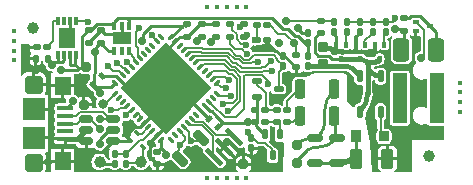
<source format=gtl>
G04*
G04 #@! TF.GenerationSoftware,Altium Limited,Altium Designer,21.8.1 (53)*
G04*
G04 Layer_Physical_Order=1*
G04 Layer_Color=255*
%FSLAX24Y24*%
%MOIN*%
G70*
G04*
G04 #@! TF.SameCoordinates,95809A84-84CF-4DA7-BFB4-83C52BA3911F*
G04*
G04*
G04 #@! TF.FilePolarity,Positive*
G04*
G01*
G75*
%ADD10C,0.0098*%
%ADD57C,0.0157*%
%ADD58C,0.0197*%
%ADD59C,0.0098*%
%ADD60C,0.0060*%
%ADD61C,0.0394*%
G04:AMPARAMS|DCode=62|XSize=9.8mil|YSize=29.5mil|CornerRadius=0mil|HoleSize=0mil|Usage=FLASHONLY|Rotation=135.000|XOffset=0mil|YOffset=0mil|HoleType=Round|Shape=Round|*
%AMOVALD62*
21,1,0.0197,0.0098,0.0000,0.0000,225.0*
1,1,0.0098,0.0070,0.0070*
1,1,0.0098,-0.0070,-0.0070*
%
%ADD62OVALD62*%

G04:AMPARAMS|DCode=63|XSize=9.8mil|YSize=29.5mil|CornerRadius=0mil|HoleSize=0mil|Usage=FLASHONLY|Rotation=225.000|XOffset=0mil|YOffset=0mil|HoleType=Round|Shape=Round|*
%AMOVALD63*
21,1,0.0197,0.0098,0.0000,0.0000,315.0*
1,1,0.0098,-0.0070,0.0070*
1,1,0.0098,0.0070,-0.0070*
%
%ADD63OVALD63*%

%ADD64P,0.1698X4X180.0*%
%ADD65P,0.1698X4X90.0*%
G04:AMPARAMS|DCode=66|XSize=13.8mil|YSize=21.7mil|CornerRadius=3.4mil|HoleSize=0mil|Usage=FLASHONLY|Rotation=0.000|XOffset=0mil|YOffset=0mil|HoleType=Round|Shape=RoundedRectangle|*
%AMROUNDEDRECTD66*
21,1,0.0138,0.0148,0,0,0.0*
21,1,0.0069,0.0217,0,0,0.0*
1,1,0.0069,0.0034,-0.0074*
1,1,0.0069,-0.0034,-0.0074*
1,1,0.0069,-0.0034,0.0074*
1,1,0.0069,0.0034,0.0074*
%
%ADD66ROUNDEDRECTD66*%
G04:AMPARAMS|DCode=67|XSize=13.8mil|YSize=21.7mil|CornerRadius=3.4mil|HoleSize=0mil|Usage=FLASHONLY|Rotation=90.000|XOffset=0mil|YOffset=0mil|HoleType=Round|Shape=RoundedRectangle|*
%AMROUNDEDRECTD67*
21,1,0.0138,0.0148,0,0,90.0*
21,1,0.0069,0.0217,0,0,90.0*
1,1,0.0069,0.0074,0.0034*
1,1,0.0069,0.0074,-0.0034*
1,1,0.0069,-0.0074,-0.0034*
1,1,0.0069,-0.0074,0.0034*
%
%ADD67ROUNDEDRECTD67*%
G04:AMPARAMS|DCode=68|XSize=13.8mil|YSize=21.7mil|CornerRadius=3.4mil|HoleSize=0mil|Usage=FLASHONLY|Rotation=45.000|XOffset=0mil|YOffset=0mil|HoleType=Round|Shape=RoundedRectangle|*
%AMROUNDEDRECTD68*
21,1,0.0138,0.0148,0,0,45.0*
21,1,0.0069,0.0217,0,0,45.0*
1,1,0.0069,0.0077,-0.0028*
1,1,0.0069,0.0028,-0.0077*
1,1,0.0069,-0.0077,0.0028*
1,1,0.0069,-0.0028,0.0077*
%
%ADD68ROUNDEDRECTD68*%
G04:AMPARAMS|DCode=69|XSize=19.7mil|YSize=35.4mil|CornerRadius=4.9mil|HoleSize=0mil|Usage=FLASHONLY|Rotation=0.000|XOffset=0mil|YOffset=0mil|HoleType=Round|Shape=RoundedRectangle|*
%AMROUNDEDRECTD69*
21,1,0.0197,0.0256,0,0,0.0*
21,1,0.0098,0.0354,0,0,0.0*
1,1,0.0098,0.0049,-0.0128*
1,1,0.0098,-0.0049,-0.0128*
1,1,0.0098,-0.0049,0.0128*
1,1,0.0098,0.0049,0.0128*
%
%ADD69ROUNDEDRECTD69*%
G04:AMPARAMS|DCode=70|XSize=19.7mil|YSize=35.4mil|CornerRadius=4.9mil|HoleSize=0mil|Usage=FLASHONLY|Rotation=90.000|XOffset=0mil|YOffset=0mil|HoleType=Round|Shape=RoundedRectangle|*
%AMROUNDEDRECTD70*
21,1,0.0197,0.0256,0,0,90.0*
21,1,0.0098,0.0354,0,0,90.0*
1,1,0.0098,0.0128,0.0049*
1,1,0.0098,0.0128,-0.0049*
1,1,0.0098,-0.0128,-0.0049*
1,1,0.0098,-0.0128,0.0049*
%
%ADD70ROUNDEDRECTD70*%
G04:AMPARAMS|DCode=71|XSize=23.6mil|YSize=27.6mil|CornerRadius=5.9mil|HoleSize=0mil|Usage=FLASHONLY|Rotation=180.000|XOffset=0mil|YOffset=0mil|HoleType=Round|Shape=RoundedRectangle|*
%AMROUNDEDRECTD71*
21,1,0.0236,0.0157,0,0,180.0*
21,1,0.0118,0.0276,0,0,180.0*
1,1,0.0118,-0.0059,0.0079*
1,1,0.0118,0.0059,0.0079*
1,1,0.0118,0.0059,-0.0079*
1,1,0.0118,-0.0059,-0.0079*
%
%ADD71ROUNDEDRECTD71*%
G04:AMPARAMS|DCode=72|XSize=23.6mil|YSize=47.2mil|CornerRadius=5.9mil|HoleSize=0mil|Usage=FLASHONLY|Rotation=90.000|XOffset=0mil|YOffset=0mil|HoleType=Round|Shape=RoundedRectangle|*
%AMROUNDEDRECTD72*
21,1,0.0236,0.0354,0,0,90.0*
21,1,0.0118,0.0472,0,0,90.0*
1,1,0.0118,0.0177,0.0059*
1,1,0.0118,0.0177,-0.0059*
1,1,0.0118,-0.0177,-0.0059*
1,1,0.0118,-0.0177,0.0059*
%
%ADD72ROUNDEDRECTD72*%
G04:AMPARAMS|DCode=73|XSize=25.2mil|YSize=17.7mil|CornerRadius=4.4mil|HoleSize=0mil|Usage=FLASHONLY|Rotation=0.000|XOffset=0mil|YOffset=0mil|HoleType=Round|Shape=RoundedRectangle|*
%AMROUNDEDRECTD73*
21,1,0.0252,0.0089,0,0,0.0*
21,1,0.0163,0.0177,0,0,0.0*
1,1,0.0089,0.0082,-0.0044*
1,1,0.0089,-0.0082,-0.0044*
1,1,0.0089,-0.0082,0.0044*
1,1,0.0089,0.0082,0.0044*
%
%ADD73ROUNDEDRECTD73*%
G04:AMPARAMS|DCode=74|XSize=21.7mil|YSize=23.6mil|CornerRadius=5.4mil|HoleSize=0mil|Usage=FLASHONLY|Rotation=0.000|XOffset=0mil|YOffset=0mil|HoleType=Round|Shape=RoundedRectangle|*
%AMROUNDEDRECTD74*
21,1,0.0217,0.0128,0,0,0.0*
21,1,0.0108,0.0236,0,0,0.0*
1,1,0.0108,0.0054,-0.0064*
1,1,0.0108,-0.0054,-0.0064*
1,1,0.0108,-0.0054,0.0064*
1,1,0.0108,0.0054,0.0064*
%
%ADD74ROUNDEDRECTD74*%
G04:AMPARAMS|DCode=75|XSize=21.7mil|YSize=23.6mil|CornerRadius=5.4mil|HoleSize=0mil|Usage=FLASHONLY|Rotation=90.000|XOffset=0mil|YOffset=0mil|HoleType=Round|Shape=RoundedRectangle|*
%AMROUNDEDRECTD75*
21,1,0.0217,0.0128,0,0,90.0*
21,1,0.0108,0.0236,0,0,90.0*
1,1,0.0108,0.0064,0.0054*
1,1,0.0108,0.0064,-0.0054*
1,1,0.0108,-0.0064,-0.0054*
1,1,0.0108,-0.0064,0.0054*
%
%ADD75ROUNDEDRECTD75*%
G04:AMPARAMS|DCode=76|XSize=51.2mil|YSize=27.6mil|CornerRadius=6.9mil|HoleSize=0mil|Usage=FLASHONLY|Rotation=0.000|XOffset=0mil|YOffset=0mil|HoleType=Round|Shape=RoundedRectangle|*
%AMROUNDEDRECTD76*
21,1,0.0512,0.0138,0,0,0.0*
21,1,0.0374,0.0276,0,0,0.0*
1,1,0.0138,0.0187,-0.0069*
1,1,0.0138,-0.0187,-0.0069*
1,1,0.0138,-0.0187,0.0069*
1,1,0.0138,0.0187,0.0069*
%
%ADD76ROUNDEDRECTD76*%
G04:AMPARAMS|DCode=77|XSize=11.8mil|YSize=27.6mil|CornerRadius=3mil|HoleSize=0mil|Usage=FLASHONLY|Rotation=180.000|XOffset=0mil|YOffset=0mil|HoleType=Round|Shape=RoundedRectangle|*
%AMROUNDEDRECTD77*
21,1,0.0118,0.0217,0,0,180.0*
21,1,0.0059,0.0276,0,0,180.0*
1,1,0.0059,-0.0030,0.0108*
1,1,0.0059,0.0030,0.0108*
1,1,0.0059,0.0030,-0.0108*
1,1,0.0059,-0.0030,-0.0108*
%
%ADD77ROUNDEDRECTD77*%
%ADD78R,0.0630X0.0394*%
G04:AMPARAMS|DCode=79|XSize=29.5mil|YSize=57.1mil|CornerRadius=7.4mil|HoleSize=0mil|Usage=FLASHONLY|Rotation=225.000|XOffset=0mil|YOffset=0mil|HoleType=Round|Shape=RoundedRectangle|*
%AMROUNDEDRECTD79*
21,1,0.0295,0.0423,0,0,225.0*
21,1,0.0148,0.0571,0,0,225.0*
1,1,0.0148,-0.0202,0.0097*
1,1,0.0148,-0.0097,0.0202*
1,1,0.0148,0.0202,-0.0097*
1,1,0.0148,0.0097,-0.0202*
%
%ADD79ROUNDEDRECTD79*%
G04:AMPARAMS|DCode=80|XSize=11.8mil|YSize=29.5mil|CornerRadius=3mil|HoleSize=0mil|Usage=FLASHONLY|Rotation=0.000|XOffset=0mil|YOffset=0mil|HoleType=Round|Shape=RoundedRectangle|*
%AMROUNDEDRECTD80*
21,1,0.0118,0.0236,0,0,0.0*
21,1,0.0059,0.0295,0,0,0.0*
1,1,0.0059,0.0030,-0.0118*
1,1,0.0059,-0.0030,-0.0118*
1,1,0.0059,-0.0030,0.0118*
1,1,0.0059,0.0030,0.0118*
%
%ADD80ROUNDEDRECTD80*%
%ADD81R,0.0571X0.0689*%
G04:AMPARAMS|DCode=82|XSize=35.4mil|YSize=31.5mil|CornerRadius=7.9mil|HoleSize=0mil|Usage=FLASHONLY|Rotation=0.000|XOffset=0mil|YOffset=0mil|HoleType=Round|Shape=RoundedRectangle|*
%AMROUNDEDRECTD82*
21,1,0.0354,0.0157,0,0,0.0*
21,1,0.0197,0.0315,0,0,0.0*
1,1,0.0157,0.0098,-0.0079*
1,1,0.0157,-0.0098,-0.0079*
1,1,0.0157,-0.0098,0.0079*
1,1,0.0157,0.0098,0.0079*
%
%ADD82ROUNDEDRECTD82*%
G04:AMPARAMS|DCode=83|XSize=25.2mil|YSize=17.7mil|CornerRadius=4.4mil|HoleSize=0mil|Usage=FLASHONLY|Rotation=90.000|XOffset=0mil|YOffset=0mil|HoleType=Round|Shape=RoundedRectangle|*
%AMROUNDEDRECTD83*
21,1,0.0252,0.0089,0,0,90.0*
21,1,0.0163,0.0177,0,0,90.0*
1,1,0.0089,0.0044,0.0082*
1,1,0.0089,0.0044,-0.0082*
1,1,0.0089,-0.0044,-0.0082*
1,1,0.0089,-0.0044,0.0082*
%
%ADD83ROUNDEDRECTD83*%
G04:AMPARAMS|DCode=84|XSize=66.9mil|YSize=43.3mil|CornerRadius=10.8mil|HoleSize=0mil|Usage=FLASHONLY|Rotation=270.000|XOffset=0mil|YOffset=0mil|HoleType=Round|Shape=RoundedRectangle|*
%AMROUNDEDRECTD84*
21,1,0.0669,0.0217,0,0,270.0*
21,1,0.0453,0.0433,0,0,270.0*
1,1,0.0217,-0.0108,-0.0226*
1,1,0.0217,-0.0108,0.0226*
1,1,0.0217,0.0108,0.0226*
1,1,0.0217,0.0108,-0.0226*
%
%ADD84ROUNDEDRECTD84*%
G04:AMPARAMS|DCode=85|XSize=78.7mil|YSize=55.1mil|CornerRadius=13.8mil|HoleSize=0mil|Usage=FLASHONLY|Rotation=90.000|XOffset=0mil|YOffset=0mil|HoleType=Round|Shape=RoundedRectangle|*
%AMROUNDEDRECTD85*
21,1,0.0787,0.0276,0,0,90.0*
21,1,0.0512,0.0551,0,0,90.0*
1,1,0.0276,0.0138,0.0256*
1,1,0.0276,0.0138,-0.0256*
1,1,0.0276,-0.0138,-0.0256*
1,1,0.0276,-0.0138,0.0256*
%
%ADD85ROUNDEDRECTD85*%
G04:AMPARAMS|DCode=86|XSize=25.2mil|YSize=17.7mil|CornerRadius=4.4mil|HoleSize=0mil|Usage=FLASHONLY|Rotation=225.000|XOffset=0mil|YOffset=0mil|HoleType=Round|Shape=RoundedRectangle|*
%AMROUNDEDRECTD86*
21,1,0.0252,0.0089,0,0,225.0*
21,1,0.0163,0.0177,0,0,225.0*
1,1,0.0089,-0.0089,-0.0026*
1,1,0.0089,0.0026,0.0089*
1,1,0.0089,0.0089,0.0026*
1,1,0.0089,-0.0026,-0.0089*
%
%ADD86ROUNDEDRECTD86*%
G04:AMPARAMS|DCode=87|XSize=15.7mil|YSize=74.8mil|CornerRadius=3.9mil|HoleSize=0mil|Usage=FLASHONLY|Rotation=225.000|XOffset=0mil|YOffset=0mil|HoleType=Round|Shape=RoundedRectangle|*
%AMROUNDEDRECTD87*
21,1,0.0157,0.0669,0,0,225.0*
21,1,0.0079,0.0748,0,0,225.0*
1,1,0.0079,-0.0264,0.0209*
1,1,0.0079,-0.0209,0.0264*
1,1,0.0079,0.0264,-0.0209*
1,1,0.0079,0.0209,-0.0264*
%
%ADD87ROUNDEDRECTD87*%
G04:AMPARAMS|DCode=88|XSize=39.4mil|YSize=21.7mil|CornerRadius=5.4mil|HoleSize=0mil|Usage=FLASHONLY|Rotation=270.000|XOffset=0mil|YOffset=0mil|HoleType=Round|Shape=RoundedRectangle|*
%AMROUNDEDRECTD88*
21,1,0.0394,0.0108,0,0,270.0*
21,1,0.0285,0.0217,0,0,270.0*
1,1,0.0108,-0.0054,-0.0143*
1,1,0.0108,-0.0054,0.0143*
1,1,0.0108,0.0054,0.0143*
1,1,0.0108,0.0054,-0.0143*
%
%ADD88ROUNDEDRECTD88*%
G04:AMPARAMS|DCode=89|XSize=35.4mil|YSize=35.4mil|CornerRadius=8.9mil|HoleSize=0mil|Usage=FLASHONLY|Rotation=0.000|XOffset=0mil|YOffset=0mil|HoleType=Round|Shape=RoundedRectangle|*
%AMROUNDEDRECTD89*
21,1,0.0354,0.0177,0,0,0.0*
21,1,0.0177,0.0354,0,0,0.0*
1,1,0.0177,0.0089,-0.0089*
1,1,0.0177,-0.0089,-0.0089*
1,1,0.0177,-0.0089,0.0089*
1,1,0.0177,0.0089,0.0089*
%
%ADD89ROUNDEDRECTD89*%
G04:AMPARAMS|DCode=90|XSize=35.4mil|YSize=43.3mil|CornerRadius=8.9mil|HoleSize=0mil|Usage=FLASHONLY|Rotation=0.000|XOffset=0mil|YOffset=0mil|HoleType=Round|Shape=RoundedRectangle|*
%AMROUNDEDRECTD90*
21,1,0.0354,0.0256,0,0,0.0*
21,1,0.0177,0.0433,0,0,0.0*
1,1,0.0177,0.0089,-0.0128*
1,1,0.0177,-0.0089,-0.0128*
1,1,0.0177,-0.0089,0.0128*
1,1,0.0177,0.0089,0.0128*
%
%ADD90ROUNDEDRECTD90*%
G04:AMPARAMS|DCode=91|XSize=25.2mil|YSize=17.7mil|CornerRadius=4.4mil|HoleSize=0mil|Usage=FLASHONLY|Rotation=135.000|XOffset=0mil|YOffset=0mil|HoleType=Round|Shape=RoundedRectangle|*
%AMROUNDEDRECTD91*
21,1,0.0252,0.0089,0,0,135.0*
21,1,0.0163,0.0177,0,0,135.0*
1,1,0.0089,-0.0026,0.0089*
1,1,0.0089,0.0089,-0.0026*
1,1,0.0089,0.0026,-0.0089*
1,1,0.0089,-0.0089,0.0026*
%
%ADD91ROUNDEDRECTD91*%
%ADD92R,0.0748X0.0748*%
%ADD93R,0.0551X0.0630*%
G04:AMPARAMS|DCode=94|XSize=55.1mil|YSize=15.7mil|CornerRadius=3.9mil|HoleSize=0mil|Usage=FLASHONLY|Rotation=0.000|XOffset=0mil|YOffset=0mil|HoleType=Round|Shape=RoundedRectangle|*
%AMROUNDEDRECTD94*
21,1,0.0551,0.0079,0,0,0.0*
21,1,0.0472,0.0157,0,0,0.0*
1,1,0.0079,0.0236,-0.0039*
1,1,0.0079,-0.0236,-0.0039*
1,1,0.0079,-0.0236,0.0039*
1,1,0.0079,0.0236,0.0039*
%
%ADD94ROUNDEDRECTD94*%
G04:AMPARAMS|DCode=95|XSize=65mil|YSize=35.4mil|CornerRadius=8.9mil|HoleSize=0mil|Usage=FLASHONLY|Rotation=90.000|XOffset=0mil|YOffset=0mil|HoleType=Round|Shape=RoundedRectangle|*
%AMROUNDEDRECTD95*
21,1,0.0650,0.0177,0,0,90.0*
21,1,0.0472,0.0354,0,0,90.0*
1,1,0.0177,0.0089,0.0236*
1,1,0.0177,0.0089,-0.0236*
1,1,0.0177,-0.0089,-0.0236*
1,1,0.0177,-0.0089,0.0236*
%
%ADD95ROUNDEDRECTD95*%
%ADD96C,0.0118*%
%ADD97R,0.0488X0.1669*%
%ADD98R,0.0488X0.1673*%
G04:AMPARAMS|DCode=99|XSize=31.5mil|YSize=31.5mil|CornerRadius=7.9mil|HoleSize=0mil|Usage=FLASHONLY|Rotation=0.000|XOffset=0mil|YOffset=0mil|HoleType=Round|Shape=RoundedRectangle|*
%AMROUNDEDRECTD99*
21,1,0.0315,0.0157,0,0,0.0*
21,1,0.0157,0.0315,0,0,0.0*
1,1,0.0157,0.0079,-0.0079*
1,1,0.0157,-0.0079,-0.0079*
1,1,0.0157,-0.0079,0.0079*
1,1,0.0157,0.0079,0.0079*
%
%ADD99ROUNDEDRECTD99*%
%ADD100C,0.0236*%
%ADD101C,0.0315*%
G04:AMPARAMS|DCode=102|XSize=31.5mil|YSize=31.5mil|CornerRadius=7.9mil|HoleSize=0mil|Usage=FLASHONLY|Rotation=90.000|XOffset=0mil|YOffset=0mil|HoleType=Round|Shape=RoundedRectangle|*
%AMROUNDEDRECTD102*
21,1,0.0315,0.0157,0,0,90.0*
21,1,0.0157,0.0315,0,0,90.0*
1,1,0.0157,0.0079,0.0079*
1,1,0.0157,0.0079,-0.0079*
1,1,0.0157,-0.0079,-0.0079*
1,1,0.0157,-0.0079,0.0079*
%
%ADD102ROUNDEDRECTD102*%
G04:AMPARAMS|DCode=103|XSize=63mil|YSize=63mil|CornerRadius=15.7mil|HoleSize=0mil|Usage=FLASHONLY|Rotation=0.000|XOffset=0mil|YOffset=0mil|HoleType=Round|Shape=RoundedRectangle|*
%AMROUNDEDRECTD103*
21,1,0.0630,0.0315,0,0,0.0*
21,1,0.0315,0.0630,0,0,0.0*
1,1,0.0315,0.0157,-0.0157*
1,1,0.0315,-0.0157,-0.0157*
1,1,0.0315,-0.0157,0.0157*
1,1,0.0315,0.0157,0.0157*
%
%ADD103ROUNDEDRECTD103*%
%ADD104C,0.0157*%
%ADD105C,0.0276*%
G36*
X13324Y-860D02*
X13348D01*
X13401Y-850D01*
X13402Y-849D01*
X13452Y-875D01*
Y-1355D01*
X13371Y-1371D01*
X13299Y-1419D01*
X13251Y-1490D01*
X13235Y-1575D01*
X13251Y-1659D01*
X13291Y-1719D01*
X13299Y-1731D01*
X13285Y-1781D01*
X13264Y-1797D01*
X13216Y-1859D01*
X13187Y-1931D01*
X13177Y-2008D01*
X13187Y-2085D01*
X13216Y-2157D01*
X13264Y-2218D01*
X13326Y-2266D01*
X13397Y-2296D01*
X13474Y-2306D01*
X13551Y-2296D01*
X13606Y-2273D01*
X13656Y-2299D01*
Y-3213D01*
X13606Y-3239D01*
X13551Y-3216D01*
X13474Y-3206D01*
X13397Y-3216D01*
X13326Y-3246D01*
X13264Y-3293D01*
X13216Y-3355D01*
X13187Y-3427D01*
X13177Y-3504D01*
X13187Y-3581D01*
X13216Y-3653D01*
X13264Y-3715D01*
X13326Y-3762D01*
X13397Y-3792D01*
X13474Y-3802D01*
X13551Y-3792D01*
X13607Y-3769D01*
X13658Y-3787D01*
X13665Y-3793D01*
X13679Y-3815D01*
X13706Y-3832D01*
X13736Y-3838D01*
X14224D01*
X14232Y-3845D01*
Y-4317D01*
X13140Y-4326D01*
Y-5378D01*
X13095Y-5392D01*
X12570D01*
X12555Y-5342D01*
X12591Y-5317D01*
X12637Y-5249D01*
X12653Y-5167D01*
Y-4991D01*
X12333D01*
X12012D01*
Y-5167D01*
X12028Y-5249D01*
X12074Y-5317D01*
X12111Y-5342D01*
X12095Y-5392D01*
X11801D01*
X11762Y-4380D01*
X11585Y-3591D01*
X11584Y-3590D01*
X11597Y-3571D01*
X11607Y-3519D01*
Y-3400D01*
X11661Y-3334D01*
X11757Y-3155D01*
X11816Y-2960D01*
X11836Y-2758D01*
X11834D01*
Y-2347D01*
X11874Y-2318D01*
X11906Y-2333D01*
X11917Y-2340D01*
X11927Y-2389D01*
X11956Y-2433D01*
X12000Y-2463D01*
X12052Y-2473D01*
X12160D01*
X12212Y-2463D01*
X12256Y-2433D01*
X12286Y-2389D01*
X12296Y-2338D01*
Y-2052D01*
X12286Y-2000D01*
X12256Y-1956D01*
X12212Y-1927D01*
X12160Y-1917D01*
X12052D01*
X12000Y-1927D01*
X11959Y-1955D01*
X11909Y-1943D01*
X11888Y-1911D01*
X11911Y-1864D01*
X11934D01*
X11947Y-1862D01*
X12003Y-1854D01*
X12066Y-1828D01*
X12096Y-1805D01*
X12111D01*
X12155Y-1796D01*
X12193Y-1771D01*
X12218Y-1734D01*
X12227Y-1690D01*
Y-1670D01*
X12237Y-1616D01*
X12227Y-1562D01*
Y-1542D01*
X12218Y-1498D01*
X12193Y-1461D01*
X12155Y-1436D01*
X12111Y-1427D01*
X12042D01*
X11998Y-1436D01*
X11961Y-1461D01*
X11936Y-1498D01*
X11931Y-1523D01*
X11911Y-1543D01*
X11639D01*
X11637Y-1544D01*
X11585Y-1533D01*
X11574Y-1525D01*
X11568Y-1498D01*
X11543Y-1461D01*
X11506Y-1436D01*
X11462Y-1427D01*
X11393D01*
X11349Y-1436D01*
X11322Y-1454D01*
X10886D01*
X10856Y-1434D01*
X10812Y-1425D01*
X10743D01*
X10699Y-1434D01*
X10661Y-1459D01*
X10647Y-1480D01*
X10523D01*
X10465Y-1423D01*
X10437Y-1404D01*
X10454Y-1379D01*
X10459Y-1352D01*
X10515Y-1330D01*
X10533Y-1342D01*
X10570Y-1350D01*
Y-1142D01*
X10670D01*
Y-1350D01*
X10707Y-1342D01*
X10751Y-1312D01*
X10760Y-1299D01*
X10818Y-1297D01*
X10821Y-1298D01*
X10856Y-1322D01*
X10901Y-1331D01*
X10969D01*
X11014Y-1322D01*
X11051Y-1297D01*
X11061Y-1282D01*
X11071Y-1280D01*
X11118Y-1284D01*
X11138Y-1314D01*
X11183Y-1344D01*
X11220Y-1351D01*
Y-1144D01*
X11320D01*
Y-1351D01*
X11357Y-1344D01*
X11401Y-1314D01*
X11410Y-1301D01*
X11468Y-1299D01*
X11471Y-1300D01*
X11506Y-1324D01*
X11550Y-1333D01*
X11619D01*
X11663Y-1324D01*
X11701Y-1299D01*
X11711Y-1283D01*
X11719Y-1281D01*
X11768Y-1285D01*
X11788Y-1314D01*
X11832Y-1344D01*
X11869Y-1351D01*
Y-1144D01*
X11969D01*
Y-1351D01*
X12006Y-1344D01*
X12051Y-1314D01*
X12060Y-1301D01*
X12118Y-1299D01*
X12120Y-1300D01*
X12156Y-1324D01*
X12200Y-1333D01*
X12269D01*
X12313Y-1324D01*
X12350Y-1299D01*
X12375Y-1262D01*
X12384Y-1217D01*
Y-1070D01*
X12375Y-1026D01*
X12350Y-988D01*
X12334Y-977D01*
X12333Y-953D01*
X12338Y-927D01*
X12385Y-918D01*
X12428Y-888D01*
X12453Y-852D01*
X12468Y-842D01*
X12484Y-849D01*
X12490Y-865D01*
X12495Y-907D01*
X12454Y-969D01*
X12437Y-1053D01*
Y-1565D01*
X12454Y-1649D01*
X12501Y-1721D01*
X12573Y-1769D01*
X12657Y-1786D01*
X12933D01*
X13018Y-1769D01*
X13089Y-1721D01*
X13137Y-1649D01*
X13154Y-1565D01*
Y-1053D01*
X13137Y-969D01*
X13089Y-897D01*
X13082Y-892D01*
X13077Y-830D01*
X13088Y-820D01*
X13104Y-820D01*
X13148Y-850D01*
X13201Y-860D01*
X13224D01*
Y-689D01*
X13324D01*
Y-860D01*
D02*
G37*
G36*
X8357Y-1186D02*
X8371D01*
X8431Y-1174D01*
X8461Y-1154D01*
X8477Y-1156D01*
X8514Y-1175D01*
X8522Y-1215D01*
X8552Y-1261D01*
X8598Y-1291D01*
X8652Y-1302D01*
X8676D01*
X8690Y-1343D01*
X8692Y-1352D01*
X8668Y-1388D01*
X8638Y-1399D01*
X8624Y-1401D01*
X8608Y-1401D01*
X8580Y-1383D01*
X8538Y-1374D01*
X7883D01*
X7841Y-1383D01*
X7812Y-1342D01*
X7780Y-1294D01*
X7758Y-1279D01*
X7800Y-1218D01*
X7806Y-1186D01*
X7856Y-1160D01*
X7933Y-1175D01*
X7989Y-1164D01*
X8036D01*
X8088Y-1154D01*
X8125Y-1129D01*
X8132Y-1140D01*
X8183Y-1174D01*
X8243Y-1186D01*
X8257D01*
Y-974D01*
X8357D01*
Y-1186D01*
D02*
G37*
G36*
X9336Y-2089D02*
X9368D01*
X9424Y-2078D01*
X9472Y-2046D01*
X9477Y-2038D01*
X9525Y-2020D01*
X9569Y-2049D01*
X9621Y-2060D01*
X9729D01*
X9781Y-2049D01*
X9824Y-2021D01*
X10089D01*
X10089Y-2021D01*
X10182D01*
X10187Y-2022D01*
X10994D01*
X10998Y-2021D01*
X11031Y-2035D01*
X11033Y-2038D01*
X11228Y-2232D01*
Y-2338D01*
X11238Y-2389D01*
X11267Y-2433D01*
X11311Y-2463D01*
X11363Y-2473D01*
X11471D01*
X11474Y-2473D01*
X11513Y-2504D01*
Y-2758D01*
X11514Y-2763D01*
X11500Y-2898D01*
X11460Y-3032D01*
X11424Y-3098D01*
X11363D01*
X11311Y-3108D01*
X11267Y-3137D01*
X11238Y-3181D01*
X11234Y-3203D01*
X11179Y-3220D01*
X10994Y-3051D01*
X10994Y-2165D01*
X10975Y-2147D01*
X10931Y-2117D01*
X10882Y-2097D01*
X10850Y-2090D01*
X10830Y-2087D01*
X10804Y-2087D01*
X10804Y-2087D01*
X10804Y-2087D01*
X10804Y-2087D01*
X10344Y-2087D01*
X10286Y-2078D01*
X10167Y-2073D01*
X10048Y-2080D01*
X9931Y-2098D01*
X9816Y-2128D01*
X9705Y-2169D01*
X9598Y-2220D01*
X9589Y-2225D01*
X9573Y-2214D01*
X9508Y-2201D01*
X9331D01*
X9265Y-2214D01*
X9210Y-2251D01*
X9173Y-2307D01*
X9160Y-2372D01*
Y-2681D01*
X8898Y-2943D01*
X8874Y-2979D01*
X8866Y-3022D01*
Y-3137D01*
X8861Y-3138D01*
X8817Y-3167D01*
X8802D01*
X8758Y-3138D01*
X8706Y-3127D01*
X8578D01*
X8526Y-3138D01*
X8482Y-3167D01*
X8480Y-3170D01*
X8430D01*
X8389Y-3133D01*
Y-2989D01*
X8389Y-2989D01*
Y-2759D01*
X8383Y-2726D01*
X8406Y-2688D01*
X8413Y-2679D01*
X8442Y-2681D01*
X8447Y-2692D01*
X8452Y-2717D01*
X8481Y-2760D01*
X8523Y-2788D01*
X8573Y-2798D01*
X8829D01*
X8879Y-2788D01*
X8921Y-2760D01*
X8949Y-2717D01*
X8959Y-2667D01*
Y-2569D01*
X8949Y-2519D01*
X8921Y-2477D01*
X8879Y-2448D01*
X8829Y-2438D01*
X8812D01*
Y-2083D01*
X8835Y-2060D01*
X8912D01*
X8964Y-2049D01*
X9008Y-2020D01*
X9019Y-2004D01*
X9036Y-2002D01*
X9076Y-2009D01*
X9101Y-2046D01*
X9148Y-2078D01*
X9205Y-2089D01*
X9236D01*
Y-1898D01*
X9336D01*
Y-2089D01*
D02*
G37*
G36*
X119Y-1122D02*
Y-1122D01*
X390D01*
X422Y-1161D01*
X419Y-1176D01*
Y-1180D01*
X640D01*
Y-1280D01*
X419D01*
Y-1284D01*
X431Y-1345D01*
X465Y-1396D01*
X445Y-1442D01*
X422Y-1476D01*
X411Y-1532D01*
Y-1564D01*
X602D01*
Y-1614D01*
X652D01*
Y-1842D01*
X703Y-1832D01*
X751Y-1800D01*
X783Y-1752D01*
X794Y-1696D01*
X842D01*
X852Y-1744D01*
X879Y-1785D01*
X920Y-1812D01*
X921Y-1812D01*
X938Y-1896D01*
X986Y-1967D01*
X1057Y-2015D01*
X1142Y-2032D01*
X1154Y-2029D01*
X1193Y-2056D01*
X1161Y-2095D01*
X1130D01*
Y-2460D01*
X1881D01*
Y-2119D01*
X1993D01*
X2043Y-2109D01*
X2058Y-2098D01*
X2101Y-2072D01*
X2153Y-2107D01*
X2215Y-2119D01*
X2372D01*
X2391Y-2116D01*
X2429Y-2147D01*
Y-2288D01*
X2398Y-2309D01*
X2335Y-2372D01*
X2308Y-2413D01*
X2298Y-2461D01*
X2308Y-2509D01*
X2335Y-2550D01*
X2450Y-2665D01*
X2491Y-2692D01*
X2536Y-2701D01*
X2549Y-2714D01*
X2545Y-2736D01*
X2562Y-2821D01*
X2610Y-2892D01*
X2642Y-2914D01*
X2652Y-2963D01*
X2622Y-3008D01*
X2604Y-3100D01*
X2622Y-3193D01*
X2641Y-3221D01*
X2617Y-3265D01*
X2506D01*
X2474Y-3227D01*
X2476Y-3219D01*
Y-3190D01*
X2215D01*
Y-3140D01*
X2165D01*
Y-2879D01*
X2136D01*
X2066Y-2893D01*
X2031Y-2916D01*
X1997Y-2866D01*
X1925Y-2818D01*
X1881Y-2809D01*
Y-2560D01*
X1556D01*
Y-2925D01*
X1589D01*
X1629Y-2975D01*
X1620Y-3022D01*
X1627Y-3060D01*
X1593Y-3098D01*
X1348D01*
X1302Y-3107D01*
X1263Y-3133D01*
X1237Y-3172D01*
X1228Y-3219D01*
Y-3297D01*
X1237Y-3343D01*
X1239Y-3346D01*
X1261Y-3386D01*
X1239Y-3426D01*
X1237Y-3428D01*
X1228Y-3474D01*
Y-3553D01*
X1237Y-3599D01*
X1239Y-3601D01*
X1261Y-3642D01*
X1239Y-3682D01*
X1237Y-3684D01*
X1228Y-3730D01*
Y-3809D01*
X1237Y-3855D01*
X1239Y-3857D01*
X1261Y-3898D01*
X1239Y-3938D01*
X1237Y-3940D01*
X1228Y-3986D01*
Y-4065D01*
X1237Y-4111D01*
X1255Y-4137D01*
X1248Y-4142D01*
X1217Y-4188D01*
X1208Y-4232D01*
X1585D01*
Y-4281D01*
X1635D01*
Y-4463D01*
X1821D01*
X1875Y-4452D01*
X1906Y-4432D01*
X1953Y-4445D01*
X1960Y-4451D01*
X1966Y-4481D01*
X2001Y-4534D01*
X2054Y-4569D01*
X2116Y-4581D01*
X2243D01*
Y-4360D01*
X2343D01*
Y-4581D01*
X2470D01*
X2533Y-4569D01*
X2562Y-4549D01*
X2600Y-4605D01*
X2672Y-4653D01*
X2756Y-4670D01*
X2841Y-4653D01*
X2912Y-4605D01*
X2943Y-4558D01*
X2960Y-4569D01*
X3022Y-4581D01*
X3054D01*
X3076Y-4631D01*
X3059Y-4658D01*
X3049Y-4710D01*
Y-4838D01*
X3059Y-4889D01*
X3088Y-4933D01*
X3073Y-4969D01*
X3065Y-4978D01*
X3006D01*
X3005Y-4967D01*
X2977Y-4900D01*
X2933Y-4843D01*
X2875Y-4799D01*
X2808Y-4771D01*
X2736Y-4761D01*
X2664Y-4771D01*
X2597Y-4799D01*
X2540Y-4843D01*
X2495Y-4900D01*
X2468Y-4967D01*
X2458Y-5039D01*
X2468Y-5111D01*
X2495Y-5178D01*
X2540Y-5236D01*
X2597Y-5280D01*
X2664Y-5308D01*
X2736Y-5317D01*
X2808Y-5308D01*
X2875Y-5280D01*
X2929Y-5239D01*
X3069D01*
X3088Y-5268D01*
X3132Y-5297D01*
X3184Y-5308D01*
X3292D01*
X3344Y-5297D01*
X3388Y-5268D01*
X3395Y-5258D01*
X3455D01*
X3462Y-5268D01*
X3506Y-5297D01*
X3558Y-5308D01*
X3666D01*
X3718Y-5297D01*
X3762Y-5268D01*
X3792Y-5224D01*
X3798Y-5190D01*
X3874D01*
X3918Y-5246D01*
X3975Y-5290D01*
X4042Y-5318D01*
X4114Y-5327D01*
X4186Y-5318D01*
X4253Y-5290D01*
X4311Y-5246D01*
X4355Y-5188D01*
X4377Y-5136D01*
X4427Y-5146D01*
Y-5170D01*
X4438Y-5227D01*
X4470Y-5274D01*
X4518Y-5306D01*
X4574Y-5317D01*
X4606D01*
Y-5126D01*
X4656D01*
Y-5076D01*
X4885D01*
X4885Y-5073D01*
X4923Y-5040D01*
X4941Y-5044D01*
X5026Y-5027D01*
X5097Y-4979D01*
X5132Y-4976D01*
X5406Y-5249D01*
X5456Y-5283D01*
X5516Y-5295D01*
X5575Y-5283D01*
X5626Y-5249D01*
X5730Y-5145D01*
X5764Y-5095D01*
X5776Y-5035D01*
X5764Y-4976D01*
X5730Y-4925D01*
X5517Y-4712D01*
X5515Y-4701D01*
X5525Y-4651D01*
X5574Y-4619D01*
X5617Y-4554D01*
X5623Y-4526D01*
X5678Y-4503D01*
X5712Y-4526D01*
X5789Y-4541D01*
X5866Y-4526D01*
X5931Y-4482D01*
X5940Y-4468D01*
X5996Y-4464D01*
X6094Y-4562D01*
X6144Y-4596D01*
X6148Y-4596D01*
X6182Y-4654D01*
X6180Y-4664D01*
X6189Y-4710D01*
X6215Y-4749D01*
X6688Y-5222D01*
X6727Y-5248D01*
X6773Y-5257D01*
X6819Y-5248D01*
X6858Y-5222D01*
X6914Y-5166D01*
X6940Y-5127D01*
X6949Y-5081D01*
X6940Y-5035D01*
X6914Y-4996D01*
X6616Y-4698D01*
Y-4577D01*
X6662Y-4558D01*
X6735Y-4631D01*
X6863Y-4503D01*
X6991Y-4375D01*
X6918Y-4302D01*
X6938Y-4256D01*
X7058D01*
X7356Y-4554D01*
X7395Y-4580D01*
X7441Y-4589D01*
X7487Y-4580D01*
X7527Y-4554D01*
X7534Y-4547D01*
X7584Y-4567D01*
Y-4651D01*
X7596Y-4711D01*
X7630Y-4762D01*
X7681Y-4796D01*
X7741Y-4808D01*
X7745D01*
Y-4587D01*
X7795D01*
Y-4537D01*
X8015D01*
X8019Y-4522D01*
X8054Y-4521D01*
X8202D01*
X8335Y-4654D01*
X8334Y-4655D01*
X8324Y-4705D01*
Y-4961D01*
X8334Y-5011D01*
X8362Y-5053D01*
X8405Y-5081D01*
X8455Y-5091D01*
X8553D01*
X8603Y-5081D01*
X8645Y-5053D01*
X8674Y-5011D01*
X8684Y-4961D01*
Y-4705D01*
X8674Y-4655D01*
X8645Y-4612D01*
X8603Y-4584D01*
X8572Y-4578D01*
X8385Y-4391D01*
X8389Y-4344D01*
X8418Y-4302D01*
X8428Y-4252D01*
Y-3996D01*
X8418Y-3946D01*
X8401Y-3922D01*
X8405Y-3866D01*
X8409Y-3857D01*
X8418Y-3851D01*
X8420Y-3848D01*
X8480D01*
X8482Y-3851D01*
X8526Y-3880D01*
X8568Y-3889D01*
X8585Y-3913D01*
X8594Y-3940D01*
X8590Y-3946D01*
X8580Y-3996D01*
Y-4252D01*
X8590Y-4302D01*
X8618Y-4344D01*
X8661Y-4372D01*
X8711Y-4382D01*
X8809D01*
X8821Y-4380D01*
X8871Y-4420D01*
X8858Y-5392D01*
X8189D01*
Y-5389D01*
X8166Y-5392D01*
X8117D01*
X8107Y-5394D01*
X7725D01*
X7710Y-5344D01*
X7737Y-5326D01*
X7777Y-5267D01*
X7790Y-5197D01*
Y-5168D01*
X7269D01*
Y-5197D01*
X7282Y-5267D01*
X7322Y-5326D01*
X7349Y-5344D01*
X7334Y-5394D01*
X5830D01*
X5820Y-5392D01*
X5781D01*
X5758Y-5389D01*
Y-5392D01*
X1881D01*
Y-5080D01*
X1130D01*
Y-5392D01*
X954D01*
X930Y-5342D01*
X950Y-5294D01*
X959Y-5226D01*
Y-5119D01*
X541D01*
Y-5019D01*
X959D01*
Y-4911D01*
X950Y-4844D01*
X924Y-4782D01*
X912Y-4766D01*
X937Y-4716D01*
X1015D01*
Y-4292D01*
X541D01*
Y-4192D01*
X1015D01*
Y-3771D01*
Y-3347D01*
X541D01*
Y-3247D01*
X1015D01*
Y-2823D01*
X937D01*
X912Y-2773D01*
X924Y-2758D01*
X950Y-2695D01*
X959Y-2628D01*
Y-2520D01*
X541D01*
Y-2470D01*
X491D01*
Y-2053D01*
X384D01*
X317Y-2062D01*
X254Y-2088D01*
X200Y-2129D01*
X159Y-2183D01*
X157Y-2188D01*
X107Y-2178D01*
X113Y-1122D01*
X119Y-1122D01*
D02*
G37*
G36*
X3822Y-3659D02*
X3872Y-3668D01*
X3881Y-3677D01*
X3891Y-3727D01*
X3919Y-3769D01*
X3961Y-3798D01*
X4000Y-3805D01*
X3998Y-3816D01*
X4008Y-3866D01*
X4005Y-3872D01*
X3989Y-3891D01*
X3970Y-3905D01*
X3942Y-3900D01*
X3898Y-3909D01*
X3860Y-3934D01*
X3812Y-3982D01*
X3787Y-4020D01*
X3778Y-4064D01*
X3735Y-4104D01*
X3719Y-4101D01*
X3667Y-4111D01*
X3636Y-4132D01*
X3783Y-4279D01*
X3712Y-4350D01*
X3565Y-4203D01*
X3563Y-4205D01*
X3503D01*
X3494Y-4192D01*
X3475Y-4145D01*
X3506Y-4099D01*
X3516Y-4045D01*
Y-3927D01*
X3506Y-3873D01*
X3475Y-3828D01*
X3470Y-3824D01*
Y-3774D01*
X3475Y-3771D01*
X3506Y-3725D01*
X3508Y-3715D01*
X3526Y-3673D01*
X3563Y-3679D01*
X3604Y-3687D01*
X3680Y-3672D01*
X3727Y-3641D01*
X3780Y-3630D01*
X3822Y-3659D01*
D02*
G37*
G36*
X4673Y-4200D02*
X4503Y-4370D01*
X4510Y-4375D01*
X4568Y-4386D01*
X4579Y-4384D01*
X4587Y-4423D01*
X4615Y-4465D01*
X4618Y-4523D01*
X4595Y-4547D01*
X4574D01*
X4526Y-4556D01*
X4485Y-4584D01*
X4458Y-4624D01*
X4448Y-4672D01*
Y-4761D01*
X4458Y-4809D01*
X4485Y-4850D01*
X4526Y-4877D01*
X4574Y-4886D01*
Y-4935D01*
X4518Y-4946D01*
X4470Y-4978D01*
X4439Y-5023D01*
X4435Y-5024D01*
X4387Y-5012D01*
X4383Y-4977D01*
X4355Y-4910D01*
X4311Y-4853D01*
X4303Y-4847D01*
Y-4694D01*
X4351Y-4647D01*
X4376Y-4609D01*
X4385Y-4565D01*
X4376Y-4521D01*
X4351Y-4483D01*
X4309Y-4441D01*
X4309Y-4371D01*
X4382Y-4299D01*
X4424Y-4308D01*
X4602Y-4129D01*
X4673Y-4200D01*
D02*
G37*
%LPC*%
G36*
X12988Y-2008D02*
X12500D01*
X12469Y-2014D01*
X12443Y-2032D01*
X12426Y-2058D01*
X12420Y-2089D01*
Y-3758D01*
X12426Y-3789D01*
X12443Y-3815D01*
X12469Y-3832D01*
X12500Y-3838D01*
X12988D01*
X13019Y-3832D01*
X13045Y-3815D01*
X13062Y-3789D01*
X13068Y-3758D01*
Y-2089D01*
X13062Y-2058D01*
X13045Y-2032D01*
X13019Y-2014D01*
X12988Y-2008D01*
D02*
G37*
G36*
X12160Y-3098D02*
X12052D01*
X12000Y-3108D01*
X11956Y-3137D01*
X11927Y-3181D01*
X11917Y-3233D01*
Y-3519D01*
X11927Y-3571D01*
X11956Y-3614D01*
X11996Y-3641D01*
Y-3932D01*
X11994D01*
X12001Y-3990D01*
X11968Y-4039D01*
X11955Y-4104D01*
Y-4281D01*
X11968Y-4347D01*
X12005Y-4402D01*
X12061Y-4439D01*
X12126Y-4452D01*
X12303D01*
X12368Y-4439D01*
X12424Y-4402D01*
X12461Y-4347D01*
X12474Y-4281D01*
Y-4104D01*
X12461Y-4039D01*
X12424Y-3984D01*
X12368Y-3947D01*
X12303Y-3934D01*
X12218D01*
X12218Y-3932D01*
X12217D01*
Y-3641D01*
X12256Y-3614D01*
X12286Y-3571D01*
X12296Y-3519D01*
Y-3233D01*
X12286Y-3181D01*
X12256Y-3137D01*
X12212Y-3108D01*
X12160Y-3098D01*
D02*
G37*
G36*
X12441Y-4502D02*
X12383D01*
Y-4891D01*
X12653D01*
Y-4715D01*
X12637Y-4633D01*
X12591Y-4564D01*
X12522Y-4518D01*
X12441Y-4502D01*
D02*
G37*
G36*
X12283D02*
X12224D01*
X12143Y-4518D01*
X12074Y-4564D01*
X12028Y-4633D01*
X12012Y-4715D01*
Y-4891D01*
X12283D01*
Y-4502D01*
D02*
G37*
G36*
X552Y-1664D02*
X411D01*
Y-1696D01*
X422Y-1752D01*
X454Y-1800D01*
X502Y-1832D01*
X552Y-1842D01*
Y-1664D01*
D02*
G37*
G36*
X699Y-2053D02*
X591D01*
Y-2420D01*
X959D01*
Y-2313D01*
X950Y-2246D01*
X924Y-2183D01*
X882Y-2129D01*
X829Y-2088D01*
X766Y-2062D01*
X699Y-2053D01*
D02*
G37*
G36*
X1456Y-2560D02*
X1130D01*
Y-2925D01*
X1456D01*
Y-2560D01*
D02*
G37*
G36*
X2293Y-2879D02*
X2265D01*
Y-3090D01*
X2476D01*
Y-3061D01*
X2462Y-2991D01*
X2422Y-2932D01*
X2363Y-2893D01*
X2293Y-2879D01*
D02*
G37*
G36*
X1535Y-4331D02*
X1208D01*
X1217Y-4375D01*
X1248Y-4421D01*
X1294Y-4452D01*
X1348Y-4463D01*
X1535D01*
Y-4331D01*
D02*
G37*
G36*
X8007Y-4637D02*
X7845D01*
Y-4808D01*
X7849D01*
X7910Y-4796D01*
X7961Y-4762D01*
X7995Y-4711D01*
X8007Y-4651D01*
Y-4637D01*
D02*
G37*
G36*
X7062Y-4446D02*
X6969Y-4538D01*
X7269Y-4839D01*
X7294Y-4802D01*
X7305Y-4747D01*
X7294Y-4693D01*
X7263Y-4647D01*
X7062Y-4446D01*
D02*
G37*
G36*
X6899Y-4609D02*
X6806Y-4702D01*
X7007Y-4903D01*
X7053Y-4934D01*
X7107Y-4945D01*
X7162Y-4934D01*
X7199Y-4909D01*
X6899Y-4609D01*
D02*
G37*
G36*
X1881Y-4615D02*
X1556D01*
Y-4980D01*
X1881D01*
Y-4615D01*
D02*
G37*
G36*
X1456D02*
X1130D01*
Y-4980D01*
X1456D01*
Y-4615D01*
D02*
G37*
G36*
X7608Y-4857D02*
X7580D01*
Y-5068D01*
X7790D01*
Y-5039D01*
X7777Y-4970D01*
X7737Y-4911D01*
X7678Y-4871D01*
X7608Y-4857D01*
D02*
G37*
G36*
X7480D02*
X7451D01*
X7381Y-4871D01*
X7322Y-4911D01*
X7282Y-4970D01*
X7269Y-5039D01*
Y-5068D01*
X7480D01*
Y-4857D01*
D02*
G37*
G36*
X4883Y-5176D02*
X4706D01*
Y-5317D01*
X4737D01*
X4794Y-5306D01*
X4841Y-5274D01*
X4873Y-5227D01*
X4883Y-5176D01*
D02*
G37*
%LPD*%
D10*
X10521Y-2678D02*
G03*
X10228Y-3385I707J-707D01*
G01*
X10104Y-4089D02*
G03*
X10228Y-3789I-300J300D01*
G01*
X9810Y-4262D02*
G03*
X9693Y-4272I0J-706D01*
G01*
D02*
G03*
X9311Y-4469I117J-696D01*
G01*
X9384Y-4922D02*
G03*
X9311Y-5094I177J-177D01*
G01*
X9311Y-5094D02*
G03*
X9311Y-5098I250J-5D01*
G01*
X9878Y-4558D02*
G03*
X9656Y-4650I0J-315D01*
G01*
X10020Y-4558D02*
G03*
X10573Y-4329I0J782D01*
G01*
X2758Y-1071D02*
X2795D01*
X2627Y-1201D02*
X2758Y-1071D01*
X2627Y-1339D02*
Y-1201D01*
X2572Y-2096D02*
Y-1394D01*
X2627Y-1339D01*
X6490Y-1009D02*
Y-955D01*
X6456Y-1043D02*
X6490Y-1009D01*
X6571Y-874D02*
X6585D01*
X6490Y-955D02*
X6571Y-874D01*
X4164Y-1028D02*
X4198Y-994D01*
X5568Y-512D02*
X5619D01*
X4198Y-994D02*
Y-774D01*
X4460Y-512D01*
X5506D01*
X5671Y-465D02*
X5679Y-472D01*
X5667Y-465D02*
X5671D01*
X2802Y-2198D02*
X2815Y-2185D01*
X3285D02*
X3385Y-2285D01*
X2815Y-2185D02*
X3285D01*
X3642Y-4104D02*
X3650D01*
X3883Y-3871D01*
X12870Y-1323D02*
Y-694D01*
X12585Y-620D02*
X12838D01*
X12891Y-673D01*
X13126Y-196D02*
X13408D01*
X12891Y-263D02*
X13058D01*
X13126Y-196D01*
X13937Y-1309D02*
Y-721D01*
X13747Y-531D02*
X13937Y-721D01*
X13743Y-531D02*
X13747D01*
X13408Y-196D02*
X13743Y-531D01*
X12870Y-694D02*
X12891Y-673D01*
X8307Y-1055D02*
Y-955D01*
Y-1055D02*
X8588Y-1336D01*
X5619Y-512D02*
X5667Y-465D01*
X6137D02*
X6516D01*
X5422Y-874D02*
X5667D01*
X6076Y-465D02*
X6137D01*
X5667Y-874D02*
X6076Y-465D01*
X6516D02*
X6516Y-465D01*
X5927Y-1033D02*
X5935D01*
X5907Y-1014D02*
X5927Y-1033D01*
X5264Y-1032D02*
X5422Y-874D01*
X5125Y-893D02*
X5506Y-512D01*
X5907Y-1014D02*
X6047Y-874D01*
X3883Y-3871D02*
X4002D01*
X4006Y-3876D01*
X4090D01*
X11270Y-869D02*
X11411Y-728D01*
X8839Y-620D02*
X9026D01*
X8483Y-264D02*
X8839Y-620D01*
X3651Y-264D02*
X8483D01*
X8810Y-1526D02*
X8900D01*
X8620Y-1336D02*
X8810Y-1526D01*
X8588Y-1336D02*
X8620D01*
X2826Y-4733D02*
X3199Y-4360D01*
X2294Y-4733D02*
X2826D01*
X2254Y-4774D02*
X2294Y-4733D01*
X3066Y-3986D02*
X3199D01*
X2756Y-4296D02*
X3066Y-3986D01*
X2756Y-4439D02*
Y-4296D01*
X1841Y-3012D02*
X1841Y-3012D01*
X1841Y-3041D02*
Y-3012D01*
X1624Y-3258D02*
X1841Y-3041D01*
X3238Y-5108D02*
X3248D01*
X2815D02*
X3238D01*
X1447Y-1988D02*
X1993D01*
X2050Y-1932D01*
X1545Y-2549D02*
X1638D01*
X2190Y-3140D02*
Y-3101D01*
X1742Y-1811D02*
X1929D01*
X1742D02*
Y-1496D01*
X10543Y-799D02*
Y-728D01*
X2572Y-2537D02*
X3134D01*
X2560Y-2540D02*
Y-2108D01*
X2572Y-2096D01*
X2756Y-2736D02*
X2766D01*
X2560Y-2540D02*
X2756Y-2736D01*
X2520Y-906D02*
X2776Y-650D01*
X2382Y-1043D02*
X2520Y-906D01*
X2382Y-1071D02*
Y-1043D01*
X3134Y-2537D02*
X3246Y-2424D01*
X3171Y-464D02*
X3219Y-511D01*
X2650Y-464D02*
X3171D01*
X3219Y-511D02*
Y-394D01*
X2913Y-787D02*
X3337D01*
X2776Y-650D02*
X2913Y-787D01*
X2452Y-661D02*
X2650Y-464D01*
X2190Y-3140D02*
X2215D01*
X2136D02*
X2190D01*
X2143Y-1926D02*
Y-869D01*
X1012Y-1614D02*
X1120Y-1722D01*
X1545Y-1663D02*
X1545D01*
X1348Y-1722D02*
Y-1496D01*
X1120Y-1722D02*
X1348D01*
X7938Y-3853D02*
X8268Y-4183D01*
X7972Y-3701D02*
Y-3317D01*
X7938Y-3853D02*
Y-3701D01*
X7717D02*
X7923D01*
X9351Y-611D02*
Y-600D01*
Y-611D02*
X9478Y-738D01*
X9026Y-620D02*
X9241Y-836D01*
X6633Y-3518D02*
X6863Y-3747D01*
X6633Y-3518D02*
Y-3511D01*
X6481Y-3359D02*
X6633Y-3511D01*
X6407Y-3359D02*
X6481D01*
X6824Y-3747D02*
X6863D01*
X6680Y-3891D02*
X6824Y-3747D01*
X6238Y-3190D02*
X6407Y-3359D01*
X9478Y-738D02*
X9675D01*
X9588Y-1073D02*
X9675D01*
Y-1468D02*
X9683Y-1476D01*
X9675Y-1468D02*
Y-1073D01*
X9683Y-1476D02*
X9685D01*
X12795Y-1398D02*
X12870Y-1323D01*
X4777Y-4579D02*
Y-4304D01*
Y-4579D02*
X4925Y-4728D01*
X1929Y-1496D02*
X1939D01*
X1545Y-1663D02*
Y-1496D01*
X1929Y-1811D02*
X2050Y-1932D01*
X7972Y-3317D02*
X7972Y-3317D01*
X7923Y-3701D02*
X7938D01*
X4633Y-4723D02*
X4777Y-4579D01*
X9901Y-931D02*
X10066Y-766D01*
X9901Y-1387D02*
X10029Y-1515D01*
X9901Y-1387D02*
Y-931D01*
X1742Y-827D02*
Y-354D01*
X4090Y-3876D02*
X4695Y-3272D01*
X5627Y-2857D02*
X6099Y-3329D01*
X5627Y-2857D02*
Y-2596D01*
X6099Y-3329D02*
X6370Y-3601D01*
X4420Y-4382D02*
X4951Y-3851D01*
X4420Y-4891D02*
X4656Y-5126D01*
X4420Y-4891D02*
Y-4382D01*
X10372Y-1515D02*
X10469Y-1611D01*
X10029Y-1515D02*
X10372D01*
X10620Y-1142D02*
Y-876D01*
X10543Y-799D02*
X10620Y-876D01*
X3219Y-394D02*
X3348Y-264D01*
X3651D01*
X3730Y-344D01*
Y-511D02*
Y-344D01*
X3474Y-924D02*
Y-511D01*
X2795Y-1100D02*
X3060Y-1365D01*
X3191D01*
X3219Y-1338D01*
X2137Y-1932D02*
X2143Y-1926D01*
X4954Y-1343D02*
X5264Y-1032D01*
X4954Y-1922D02*
Y-1343D01*
X2382Y-661D02*
X2452D01*
X3337Y-787D02*
X3474Y-924D01*
X9241Y-836D02*
X9351D01*
X9588Y-1073D01*
X3385Y-2285D02*
X3385D01*
X3669Y-2569D01*
X11270Y-4941D02*
Y-4193D01*
Y-4941D02*
X11270Y-4941D01*
X6863Y-3747D02*
X7671D01*
X6047Y-874D02*
X6093D01*
X8900Y-1526D02*
X9272Y-1898D01*
X10774Y-1611D02*
X10778Y-1614D01*
X10469Y-1611D02*
X10774D01*
X7972Y-3317D02*
Y-2992D01*
X8091Y-2874D01*
X10640Y-5069D02*
X10640Y-5069D01*
X9931Y-5069D02*
X10640D01*
X10521Y-2678D02*
X10591Y-2608D01*
X10228Y-3789D02*
Y-3385D01*
X10573Y-4329D02*
X10591Y-4311D01*
X10640Y-4262D01*
X10591Y-4311D02*
Y-3632D01*
X9810Y-4262D02*
X9931D01*
X10104Y-4089D01*
X9384Y-4922D02*
X9442Y-4864D01*
X9311Y-5094D02*
X9311Y-5094D01*
X9311Y-5098D02*
Y-5094D01*
X9442Y-4864D02*
X9656Y-4650D01*
X9878Y-4558D02*
X10020D01*
X3711Y-4360D02*
X3747Y-4324D01*
X3199Y-4360D02*
X3711D01*
X2242Y-1932D02*
X2293Y-1880D01*
X2050Y-1932D02*
X2137D01*
X2242D01*
X1929Y-1811D02*
Y-1496D01*
X2795Y-1100D02*
Y-1071D01*
X2143Y-869D02*
X2366Y-646D01*
X1488Y-1721D02*
X1545Y-1663D01*
X1348Y-1722D02*
X1350Y-1721D01*
X1488D01*
D57*
X10571Y-1364D02*
G03*
X10248Y-1230I-323J-323D01*
G01*
X11427Y-1616D02*
G03*
X11639Y-1704I212J212D01*
G01*
X11934D02*
G03*
X12008Y-1673I0J104D01*
G01*
X12077Y-1616D02*
G03*
X12057Y-1624I0J-29D01*
G01*
X11417Y-3376D02*
G03*
X11673Y-2758I-618J618D01*
G01*
Y-1787D02*
G03*
X11639Y-1704I-118J0D01*
G01*
X12106Y-2195D02*
G03*
X12011Y-2156I-95J-95D01*
G01*
X11804Y-2070D02*
G03*
X12106Y-2195I302J302D01*
G01*
X11927Y-2156D02*
G03*
X12106Y-2195I179J388D01*
G01*
X11927Y-2156D02*
G03*
X12106Y-2195I179J388D01*
G01*
X11147Y-1924D02*
G03*
X10994Y-1861I-153J-153D01*
G01*
X10571Y-1364D02*
X10804D01*
X10807Y-1367D01*
X10187Y-1230D02*
X10248D01*
X9656Y-1860D02*
X10108D01*
X10187Y-1781D01*
Y-1861D02*
Y-1781D01*
X10778Y-1614D02*
X11406D01*
X1624Y-4291D02*
X1988D01*
X2224D02*
X2293Y-4360D01*
X1988Y-4291D02*
X2224D01*
X1988D02*
X2293Y-3986D01*
X11639Y-1704D02*
X11934D01*
X12008Y-1673D02*
X12057Y-1624D01*
X11927Y-2156D02*
X12011D01*
X11673Y-2758D02*
Y-1787D01*
X11673Y-1939D02*
X11804Y-2070D01*
X11147Y-1924D02*
X11417Y-2195D01*
Y-2195D02*
Y-2195D01*
X10187Y-1861D02*
X10994D01*
D58*
X10837Y-5059D02*
G03*
X11266Y-4881I0J607D01*
G01*
D59*
X9311Y-5094D02*
D03*
D60*
X12106Y-3932D02*
G03*
X12215Y-4193I370J0D01*
G01*
X12214Y-4193D02*
G03*
X12215Y-4193I262J261D01*
G01*
X3027Y-1836D02*
X3197Y-2006D01*
X3384D01*
X7569Y-874D02*
X7626Y-817D01*
X7638D01*
X7933Y-974D02*
X7972D01*
X7972Y-974D01*
X7615Y-1436D02*
X7638D01*
X7479Y-1299D02*
X7615Y-1436D01*
X7246Y-1299D02*
X7479D01*
X7774Y-1764D02*
X7814Y-1724D01*
X8010D01*
X8022Y-1713D01*
X7316Y-957D02*
X7466Y-1107D01*
X7316Y-957D02*
Y-796D01*
X7466Y-1107D02*
X7580D01*
X7079Y-465D02*
X7106D01*
X7163Y-643D02*
Y-522D01*
X7290Y-1513D02*
X7421D01*
X8655Y-1644D02*
X8871Y-1860D01*
X8655Y-1644D02*
Y-1602D01*
X7371Y-1632D02*
X7502Y-1764D01*
X7580Y-1107D02*
X7614Y-1141D01*
X7552Y-1644D02*
X7724D01*
X7502Y-1764D02*
X7774D01*
X7106Y-465D02*
X7163Y-522D01*
X7724Y-1644D02*
X7883Y-1485D01*
X7421Y-1513D02*
X7552Y-1644D01*
X7883Y-1485D02*
X8538D01*
X7163Y-643D02*
X7316Y-796D01*
X8538Y-1485D02*
X8655Y-1602D01*
X7241Y-1632D02*
X7371D01*
X7092Y-1992D02*
X7201D01*
X6197Y-1291D02*
X7068D01*
X6919Y-1650D02*
X7141Y-1872D01*
X7068Y-1291D02*
X7290Y-1513D01*
X6038Y-1650D02*
X6919D01*
X7019Y-1411D02*
X7241Y-1632D01*
X7191Y-1752D02*
X7300D01*
X6098Y-1530D02*
X6969D01*
X7042Y-2112D02*
X7151D01*
X6505Y-2018D02*
X6949D01*
X6220Y-1770D02*
X6870D01*
X7077Y-1130D02*
X7246Y-1299D01*
X6949Y-2018D02*
X7042Y-2112D01*
X6870Y-1770D02*
X7092Y-1992D01*
X7141Y-1872D02*
X7250D01*
X6969Y-1530D02*
X7191Y-1752D01*
X6148Y-1411D02*
X7019D01*
X7429Y-3026D02*
Y-2220D01*
X7309Y-2936D02*
Y-2270D01*
X7500Y-465D02*
X7569D01*
X7418Y-546D02*
X7500Y-465D01*
X3937Y-717D02*
X4035Y-619D01*
X4638Y-1032D02*
Y-1022D01*
X4480Y-813D02*
X4514Y-847D01*
Y-898D02*
X4638Y-1022D01*
X4011Y-1502D02*
X4081Y-1571D01*
X4514Y-898D02*
Y-847D01*
X4011Y-1502D02*
Y-1255D01*
X4081Y-1589D02*
Y-1571D01*
X3937Y-1181D02*
X4011Y-1255D01*
X3937Y-1181D02*
Y-717D01*
X4035Y-619D02*
Y-571D01*
X3505Y-1930D02*
X3586D01*
X3327Y-1752D02*
X3505Y-1930D01*
X3586D02*
X3663Y-2007D01*
X3384Y-2006D02*
X3524Y-2146D01*
X3652Y-1718D02*
X3652D01*
X3802Y-1868D01*
X3730Y-1417D02*
Y-1338D01*
X3759Y-1446D02*
X3791D01*
X3826Y-1481D01*
Y-1531D02*
X3874Y-1580D01*
Y-1659D02*
Y-1580D01*
Y-1659D02*
X3942Y-1726D01*
X3730Y-1417D02*
X3759Y-1446D01*
X3826Y-1531D02*
Y-1481D01*
X8180Y-2018D02*
X8474D01*
X8157Y-2040D02*
X8180Y-2018D01*
X7419Y-2040D02*
X8157D01*
X8701Y-2618D02*
Y-2037D01*
X8871Y-1860D02*
X8878D01*
X8701Y-2037D02*
X8878Y-1860D01*
X7300Y-1752D02*
X7468Y-1921D01*
X8108D02*
X8131Y-1898D01*
X7250Y-1872D02*
X7419Y-2040D01*
X7549Y-2195D02*
X7584Y-2160D01*
X8164D02*
X8351Y-2347D01*
X7549Y-3298D02*
Y-2195D01*
X7468Y-1921D02*
X8108D01*
X8131Y-1898D02*
X8249D01*
X7584Y-2160D02*
X8164D01*
X8249Y-1898D02*
X8452Y-1695D01*
Y-1693D01*
X6918Y-2560D02*
X6952Y-2594D01*
X6656Y-2424D02*
X6666Y-2435D01*
Y-2439D02*
Y-2435D01*
X6928Y-2217D02*
X7032Y-2320D01*
X7281Y-3565D02*
X7549Y-3298D01*
X7151Y-2112D02*
X7309Y-2270D01*
X7097Y-2846D02*
X7101Y-2849D01*
X7032Y-2320D02*
X7065D01*
X6904Y-3077D02*
X7168D01*
X7201Y-1992D02*
X7429Y-2220D01*
X6787Y-2560D02*
X6918D01*
X7168Y-3077D02*
X7309Y-2936D01*
X7098Y-3357D02*
X7429Y-3026D01*
X6729Y-2846D02*
X7097D01*
X6666Y-2439D02*
X6787Y-2560D01*
X6517Y-2285D02*
X6585Y-2217D01*
X6783Y-2216D02*
X6784Y-2217D01*
X6585D02*
X6667D01*
X6784D02*
X6928D01*
X6667D02*
X6668Y-2216D01*
X6783D01*
X6656Y-2772D02*
X6729Y-2846D01*
X6905Y-3565D02*
X7281D01*
X6484Y-3145D02*
X6905Y-3565D01*
X7025Y-3357D02*
X7098D01*
X7024Y-3357D02*
X7025Y-3357D01*
X5338Y-4695D02*
X5398Y-4635D01*
X5338Y-4857D02*
X5418Y-4938D01*
X5398Y-4511D02*
X5581Y-4328D01*
Y-4203D01*
X5338Y-4857D02*
Y-4695D01*
X5398Y-4635D02*
Y-4511D01*
X5542Y-3896D02*
X5701Y-4055D01*
Y-4205D02*
X5768Y-4272D01*
X5542Y-3896D02*
Y-3886D01*
X5701Y-4205D02*
Y-4055D01*
X5768Y-4341D02*
Y-4272D01*
X5403Y-4025D02*
X5581Y-4203D01*
X5768Y-4341D02*
X6015D01*
X6106Y-4250D01*
X3365Y-3316D02*
X3421Y-3260D01*
X3130Y-3316D02*
X3365D01*
X3604Y-3487D02*
X3634D01*
X3792Y-3329D02*
X3802D01*
X3634Y-3487D02*
X3792Y-3329D01*
X3594Y-3260D02*
X3663Y-3190D01*
X3421Y-3260D02*
X3594D01*
X12280Y-392D02*
X12532D01*
X12279Y-394D02*
X12280Y-392D01*
X12532D02*
X12579Y-345D01*
Y-246D01*
X13475Y-1595D02*
X13504D01*
X13524Y-1614D01*
X13563Y-1575D01*
Y-662D01*
X13274Y-374D02*
X13563Y-662D01*
X11742Y-394D02*
X12279D01*
X11411Y-394D02*
X11845Y-394D01*
X10977Y-394D02*
X11411Y-394D01*
X5960Y-1728D02*
X6038Y-1650D01*
X6117Y-1381D02*
X6148Y-1411D01*
X5751Y-1381D02*
X6117D01*
X5682Y-1450D02*
X5751Y-1381D01*
X7972Y-492D02*
X7972Y-492D01*
Y-955D02*
Y-492D01*
X5890Y-1520D02*
X6087D01*
X5821Y-1589D02*
X5890Y-1520D01*
X6167Y-1261D02*
X6197Y-1291D01*
X5828Y-1261D02*
X6167D01*
X6087Y-1520D02*
X6098Y-1530D01*
X5809Y-1241D02*
X5828Y-1261D01*
X7077Y-1130D02*
Y-874D01*
X5612Y-1241D02*
X5809D01*
X5542Y-1311D02*
X5612Y-1241D01*
X8408Y-492D02*
X8694Y-778D01*
X8307Y-492D02*
X8408D01*
X2421Y-3612D02*
X2756Y-3947D01*
X2293Y-3612D02*
X2421D01*
X2864Y-3376D02*
X3091Y-3603D01*
X3189D01*
X2736D02*
X3091D01*
X3189D02*
X3199Y-3612D01*
X2071Y-3387D02*
X2363D01*
X1935Y-3524D02*
X2071Y-3387D01*
X8740Y-4144D02*
X8780Y-4183D01*
X8642Y-3701D02*
X8760Y-3819D01*
Y-4124D02*
Y-3819D01*
X10502Y-353D02*
X10543Y-394D01*
X8967Y-353D02*
X10502D01*
X11819Y-780D02*
Y-728D01*
X11565Y-1033D02*
X11819Y-780D01*
X10935Y-1142D02*
Y-770D01*
X10977Y-728D01*
X2374Y-3376D02*
X2864D01*
X2363Y-3387D02*
X2374Y-3376D01*
X3100Y-3612D02*
X3199D01*
X1939Y-354D02*
X2343D01*
X2977Y-3041D02*
X3246Y-2772D01*
X2825Y-3041D02*
X2977D01*
X6378Y-2146D02*
X6505Y-2018D01*
X7677Y-4134D02*
Y-4055D01*
X8278Y-3327D02*
Y-2989D01*
X8279Y-2989D01*
X8694Y-778D02*
X8918D01*
X4069Y-4327D02*
X4197D01*
X3622Y-4774D02*
X4069Y-4327D01*
X3248Y-4774D02*
X3622D01*
X6471Y-3145D02*
X6484D01*
X7677Y-4134D02*
X7795Y-4252D01*
X7861D01*
X8019Y-4410D01*
X8248D01*
X8504Y-4666D01*
Y-4833D02*
Y-4666D01*
X6505Y-4873D02*
Y-4190D01*
Y-4873D02*
X6564D01*
X6145Y-3831D02*
X6505Y-4190D01*
X5766Y-3831D02*
X6145D01*
X5682Y-3747D02*
X5766Y-3831D01*
X5821Y-3608D02*
X5924Y-3711D01*
X7173Y-4145D02*
X7233Y-4204D01*
X6629Y-4145D02*
X7173D01*
X6195Y-3711D02*
X6629Y-4145D01*
X5924Y-3711D02*
X6195D01*
X6417Y-3091D02*
X6471Y-3145D01*
X8918Y-778D02*
X9272Y-1132D01*
Y-1449D02*
Y-1132D01*
X8278Y-3327D02*
X8632D01*
X4005Y-3425D02*
X4134Y-3555D01*
X3985Y-3425D02*
X4005D01*
X3942Y-3468D02*
X3985Y-3425D01*
X4081Y-3608D02*
X4134Y-3555D01*
X6880Y-3101D02*
X6904Y-3077D01*
X6851Y-3101D02*
X6880D01*
X1171Y-364D02*
X1181Y-354D01*
X1348D01*
X12215Y-1144D02*
Y-822D01*
X12293Y-743D01*
X11565Y-1144D02*
Y-1033D01*
X12279Y-394D02*
X12279Y-394D01*
X8632Y-3327D02*
X8642Y-3317D01*
X8976D02*
Y-3022D01*
X9390Y-2608D01*
X8976Y-3701D02*
X9193D01*
X9390Y-3504D01*
X8307Y-3701D02*
X8642D01*
X8307Y-3701D02*
X8307Y-3701D01*
X3683Y-5079D02*
X4085D01*
X4193Y-4971D02*
Y-4547D01*
X4085Y-5079D02*
X4114Y-5049D01*
X4193Y-4971D01*
X4197Y-4327D02*
X4498Y-4025D01*
X3970Y-4102D02*
X4144D01*
X4359Y-3886D01*
X8967Y-354D02*
Y-353D01*
X1171Y-1033D02*
Y-364D01*
X974Y-1230D02*
X1171Y-1033D01*
X2805Y-3022D02*
X2825Y-3041D01*
X10591Y-3632D02*
Y-3504D01*
X6099Y-1868D02*
X6123D01*
X6220Y-1770D01*
X7992Y-2473D02*
Y-2362D01*
Y-2473D02*
X8186Y-2666D01*
X8186D01*
X8279Y-2759D01*
Y-2989D02*
Y-2759D01*
X8351Y-2463D02*
Y-2347D01*
X1624Y-3780D02*
X1969D01*
X2136Y-3612D01*
X2293D01*
X1624Y-3524D02*
X1935D01*
X12106Y-3932D02*
Y-3376D01*
X12163Y-4141D02*
X12214Y-4193D01*
X12215Y-4193D01*
D61*
X512Y-571D02*
D03*
X13720Y-4843D02*
D03*
X2736Y-5039D02*
D03*
X4114Y-5049D02*
D03*
D62*
X4777Y-4304D02*
D03*
X4638Y-4164D02*
D03*
X4498Y-4025D02*
D03*
X4359Y-3886D02*
D03*
X4220Y-3747D02*
D03*
X4081Y-3608D02*
D03*
X3942Y-3468D02*
D03*
X3802Y-3329D02*
D03*
X3663Y-3190D02*
D03*
X3524Y-3051D02*
D03*
X3385Y-2912D02*
D03*
X3246Y-2772D02*
D03*
X5125Y-893D02*
D03*
X5264Y-1032D02*
D03*
X5403Y-1172D02*
D03*
X5542Y-1311D02*
D03*
X5682Y-1450D02*
D03*
X5821Y-1589D02*
D03*
X5960Y-1728D02*
D03*
X6099Y-1868D02*
D03*
X6238Y-2007D02*
D03*
X6378Y-2146D02*
D03*
X6517Y-2285D02*
D03*
X6656Y-2424D02*
D03*
D63*
X3246D02*
D03*
X3385Y-2285D02*
D03*
X3524Y-2146D02*
D03*
X3663Y-2007D02*
D03*
X3802Y-1868D02*
D03*
X3942Y-1728D02*
D03*
X4081Y-1589D02*
D03*
X4220Y-1450D02*
D03*
X4359Y-1311D02*
D03*
X4498Y-1172D02*
D03*
X4638Y-1032D02*
D03*
X4777Y-893D02*
D03*
X6656Y-2772D02*
D03*
X6517Y-2912D02*
D03*
X6378Y-3051D02*
D03*
X6238Y-3190D02*
D03*
X6099Y-3329D02*
D03*
X5960Y-3468D02*
D03*
X5821Y-3608D02*
D03*
X5682Y-3747D02*
D03*
X5542Y-3886D02*
D03*
X5403Y-4025D02*
D03*
X5264Y-4164D02*
D03*
X5125Y-4304D02*
D03*
D64*
X5627Y-2596D02*
D03*
X4277Y-2598D02*
D03*
D65*
X4951Y-3272D02*
D03*
X4954Y-1922D02*
D03*
D66*
X10935Y-1142D02*
D03*
X10620D02*
D03*
X10778Y-1614D02*
D03*
X12234Y-1144D02*
D03*
X11919D02*
D03*
X12077Y-1616D02*
D03*
X11427D02*
D03*
X11270Y-1144D02*
D03*
X11585D02*
D03*
D67*
X13747Y-531D02*
D03*
X13274Y-689D02*
D03*
Y-374D02*
D03*
D68*
X3970Y-4092D02*
D03*
X3747Y-4314D02*
D03*
X4193Y-4537D02*
D03*
D69*
X8504Y-4833D02*
D03*
X8248Y-4124D02*
D03*
X8760D02*
D03*
D70*
X8701Y-2618D02*
D03*
X7992Y-2874D02*
D03*
Y-2362D02*
D03*
D71*
X8711Y-1083D02*
D03*
X9222D02*
D03*
X8967Y-354D02*
D03*
D72*
X2293Y-3612D02*
D03*
Y-3986D02*
D03*
Y-4360D02*
D03*
X3199D02*
D03*
Y-3986D02*
D03*
Y-3612D02*
D03*
D73*
X6608Y-465D02*
D03*
Y-874D02*
D03*
X7079Y-465D02*
D03*
Y-874D02*
D03*
X9286Y-1488D02*
D03*
Y-1898D02*
D03*
X4656Y-4717D02*
D03*
Y-5126D02*
D03*
X7549Y-874D02*
D03*
Y-465D02*
D03*
X12891Y-263D02*
D03*
Y-673D02*
D03*
X10129Y-356D02*
D03*
Y-766D02*
D03*
X5667Y-465D02*
D03*
Y-874D02*
D03*
X2382Y-661D02*
D03*
Y-1071D02*
D03*
X2795D02*
D03*
Y-661D02*
D03*
X6137Y-465D02*
D03*
Y-874D02*
D03*
D74*
X7795Y-4252D02*
D03*
X7795Y-4587D02*
D03*
X9675Y-738D02*
D03*
Y-1073D02*
D03*
X9675Y-1526D02*
D03*
Y-1860D02*
D03*
X12279Y-728D02*
D03*
Y-394D02*
D03*
X11845Y-728D02*
D03*
Y-394D02*
D03*
X11411Y-728D02*
D03*
Y-394D02*
D03*
X10977Y-728D02*
D03*
Y-394D02*
D03*
X10543Y-728D02*
D03*
X10543Y-394D02*
D03*
X3238Y-4774D02*
D03*
Y-5108D02*
D03*
X8858Y-1860D02*
D03*
Y-1526D02*
D03*
X3612Y-4774D02*
D03*
Y-5108D02*
D03*
D75*
X8307Y-974D02*
D03*
X7972D02*
D03*
X7972Y-492D02*
D03*
X8307D02*
D03*
X7923Y-3701D02*
D03*
X8258D02*
D03*
X8976Y-3701D02*
D03*
X8642D02*
D03*
X8976Y-3317D02*
D03*
X8642D02*
D03*
X7923Y-3317D02*
D03*
X8258D02*
D03*
X640Y-1230D02*
D03*
X974D02*
D03*
D76*
X10640Y-5069D02*
D03*
Y-4262D02*
D03*
X9931Y-4262D02*
D03*
Y-5069D02*
D03*
D77*
X3219Y-1338D02*
D03*
X3474D02*
D03*
X3730D02*
D03*
X3219Y-511D02*
D03*
X3474D02*
D03*
X3730D02*
D03*
D78*
X3474Y-924D02*
D03*
D79*
X6106Y-4250D02*
D03*
X5418Y-4938D02*
D03*
D80*
X1348Y-354D02*
D03*
X1545D02*
D03*
X1742D02*
D03*
X1939D02*
D03*
Y-1496D02*
D03*
X1742D02*
D03*
X1545D02*
D03*
X1348D02*
D03*
D81*
X1644Y-925D02*
D03*
D82*
X10187Y-1781D02*
D03*
Y-1230D02*
D03*
D83*
X1012Y-1614D02*
D03*
X602D02*
D03*
D84*
X11270Y-4941D02*
D03*
X12333D02*
D03*
D85*
X12795Y-1309D02*
D03*
X13937D02*
D03*
D86*
X6391Y-3601D02*
D03*
X6680Y-3891D02*
D03*
D87*
X7233Y-4204D02*
D03*
X6899Y-4538D02*
D03*
X6564Y-4873D02*
D03*
D88*
X12106Y-3376D02*
D03*
X11417D02*
D03*
Y-2195D02*
D03*
X12106D02*
D03*
D89*
X12215Y-4193D02*
D03*
D90*
X11270D02*
D03*
D91*
X2802Y-2198D02*
D03*
X2513Y-2487D02*
D03*
D92*
X541Y-4242D02*
D03*
Y-3297D02*
D03*
D93*
X1506Y-5030D02*
D03*
Y-2510D02*
D03*
D94*
X1585Y-3770D02*
D03*
Y-4026D02*
D03*
Y-3514D02*
D03*
Y-3258D02*
D03*
Y-4281D02*
D03*
D95*
X9419Y-3504D02*
D03*
X10561D02*
D03*
Y-2608D02*
D03*
X9419D02*
D03*
D96*
X11184Y-1371D02*
X11830D01*
X11182Y-1369D02*
X11270Y-1282D01*
Y-1144D01*
Y-869D01*
X11830Y-1371D02*
X11919Y-1282D01*
Y-1144D01*
X11182Y-1369D02*
X11184Y-1371D01*
X10809Y-1369D02*
X11182D01*
X10807Y-1367D02*
X10809Y-1369D01*
D97*
X12744Y-2923D02*
D03*
D98*
X13980Y-2921D02*
D03*
D99*
X9311Y-5098D02*
D03*
X7530Y-5118D02*
D03*
X2215Y-3140D02*
D03*
D100*
X3027Y-1836D02*
D03*
X7638Y-817D02*
D03*
X7933Y-974D02*
D03*
X7638Y-1436D02*
D03*
X7614Y-1141D02*
D03*
X7418Y-546D02*
D03*
X4480Y-813D02*
D03*
X4035Y-571D02*
D03*
X3327Y-1752D02*
D03*
X3652Y-1718D02*
D03*
X8474Y-2018D02*
D03*
X8022Y-1713D02*
D03*
X8452Y-1693D02*
D03*
X7065Y-2320D02*
D03*
X7101Y-2849D02*
D03*
X6952Y-2594D02*
D03*
X7024Y-3357D02*
D03*
X5432Y-4477D02*
D03*
X5789Y-4341D02*
D03*
X3130Y-3316D02*
D03*
X3604Y-3487D02*
D03*
X12579Y-246D02*
D03*
X7677Y-4055D02*
D03*
X6851Y-3101D02*
D03*
X2343Y-374D02*
D03*
X8351Y-2463D02*
D03*
D101*
X2844Y-3100D02*
D03*
D102*
X9311Y-4469D02*
D03*
X2293Y-1880D02*
D03*
D103*
X541Y-5069D02*
D03*
Y-2470D02*
D03*
D104*
X6657Y-5591D02*
D03*
X7313D02*
D03*
X6985D02*
D03*
X6329D02*
D03*
X7618Y118D02*
D03*
X7608Y-5591D02*
D03*
X-128Y-679D02*
D03*
Y-1007D02*
D03*
Y-1335D02*
D03*
Y-1663D02*
D03*
X14744Y-2402D02*
D03*
Y-2730D02*
D03*
Y-3058D02*
D03*
Y-3386D02*
D03*
X6319Y118D02*
D03*
X6647D02*
D03*
X6975D02*
D03*
X7303D02*
D03*
D105*
X2593Y-1373D02*
D03*
X6456Y-1043D02*
D03*
X8216Y-1254D02*
D03*
X4164Y-1028D02*
D03*
X3642Y-4104D02*
D03*
X13287Y-1250D02*
D03*
X12585Y-620D02*
D03*
X13455Y-1575D02*
D03*
X5976Y-1033D02*
D03*
X11782Y-1427D02*
D03*
X2254Y-4774D02*
D03*
X1841Y-3022D02*
D03*
X1142Y-1811D02*
D03*
X1447Y-1988D02*
D03*
X610Y-1988D02*
D03*
X11772Y-3612D02*
D03*
X10571Y-1364D02*
D03*
X5108Y-2136D02*
D03*
X2766Y-2736D02*
D03*
X2736Y-3603D02*
D03*
X3701Y-2579D02*
D03*
X2756Y-4449D02*
D03*
X8691Y-5217D02*
D03*
X2087Y-5030D02*
D03*
X7668Y-3731D02*
D03*
X6201Y-5226D02*
D03*
X8730Y-4528D02*
D03*
X4941Y-4823D02*
D03*
X8130Y-4823D02*
D03*
X9016Y-2293D02*
D03*
X13376Y-2598D02*
D03*
X11142Y-2923D02*
D03*
X13839Y-4124D02*
D03*
X11900Y-4518D02*
D03*
X12874Y-4970D02*
D03*
X3474Y-924D02*
D03*
X1644Y-925D02*
D03*
X9351Y-581D02*
D03*
X5679Y-2037D02*
D03*
X4970Y-1417D02*
D03*
X4911Y-3780D02*
D03*
X8642Y-2972D02*
D03*
X2756Y-3947D02*
D03*
X6988Y-4390D02*
D03*
X1004Y-5049D02*
D03*
M02*

</source>
